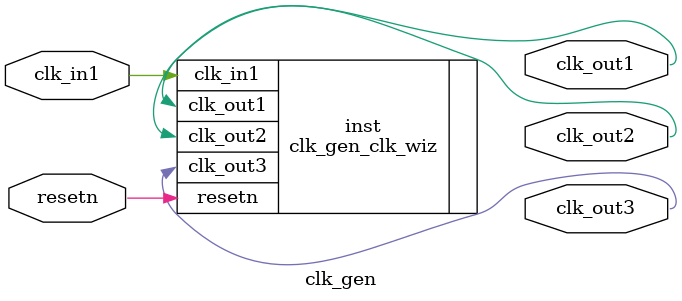
<source format=v>


`timescale 1ps/1ps

(* CORE_GENERATION_INFO = "clk_gen,clk_wiz_v6_0_3_0_0,{component_name=clk_gen,use_phase_alignment=true,use_min_o_jitter=false,use_max_i_jitter=false,use_dyn_phase_shift=false,use_inclk_switchover=false,use_dyn_reconfig=false,enable_axi=0,feedback_source=FDBK_AUTO,PRIMITIVE=MMCM,num_out_clk=3,clkin1_period=26.936,clkin2_period=10.0,use_power_down=false,use_reset=true,use_locked=false,use_inclk_stopped=false,feedback_type=SINGLE,CLOCK_MGR_TYPE=NA,manual_override=false}" *)

module clk_gen 
 (
  // Clock out ports
  output        clk_out1,
  output        clk_out2,
  output        clk_out3,
  // Status and control signals
  input         resetn,
 // Clock in ports
  input         clk_in1
 );

  clk_gen_clk_wiz inst
  (
  // Clock out ports  
  .clk_out1(clk_out1),
  .clk_out2(clk_out2),
  .clk_out3(clk_out3),
  // Status and control signals               
  .resetn(resetn), 
 // Clock in ports
  .clk_in1(clk_in1)
  );

endmodule

</source>
